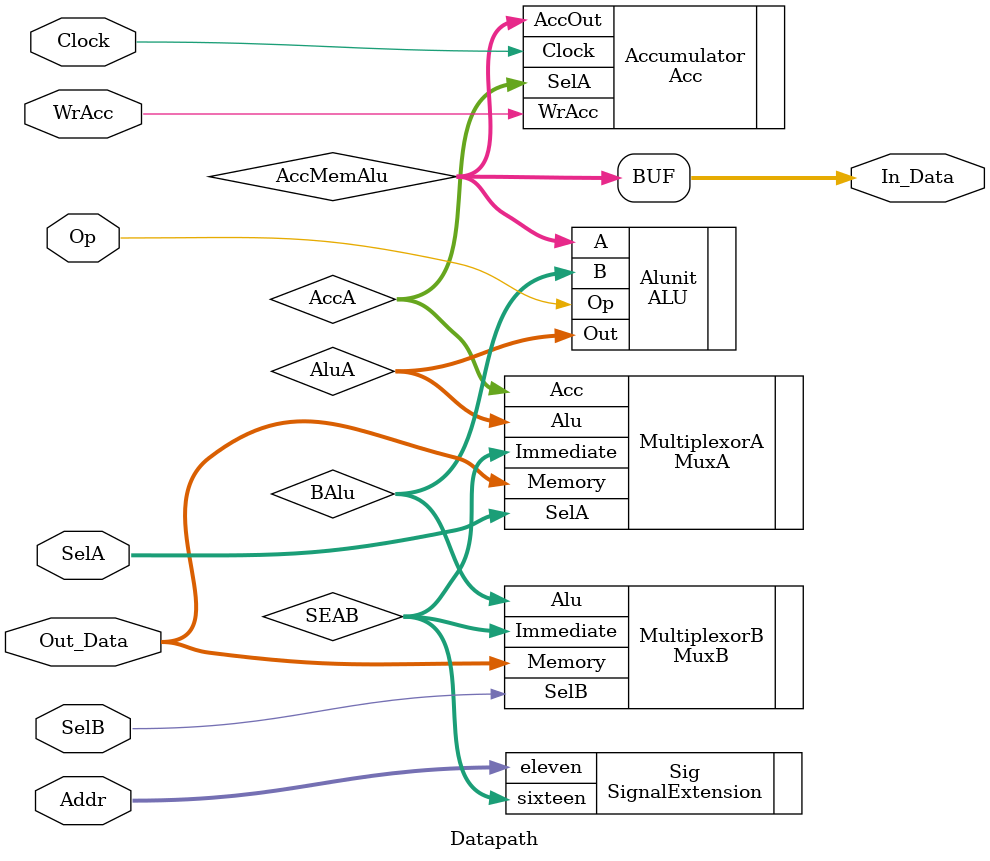
<source format=v>
`timescale 1ns / 1ps
module Datapath(
    input [1:0] SelA,
    input SelB,
    input [10:0] Addr,
    input WrAcc,
    input Op,
	 input Clock,
    output [15:0] In_Data,
    input [15:0] Out_Data
    );
	 
wire [15:0] SEAB, AluA, AccA, AccMemAlu, BAlu;

assign In_Data = AccMemAlu;
//assign Out_Data = MemAB;

SignalExtension Sig(
	.eleven(Addr),
	.sixteen(SEAB)
	);

MuxA MultiplexorA(
	.Memory(Out_Data),
	.Immediate(SEAB),
	.Alu(AluA),
	.SelA(SelA),
	.Acc(AccA)
	);

MuxB MultiplexorB(
	.Memory(Out_Data),
	.Immediate(SEAB),
	.SelB(SelB),
	.Alu(BAlu)
	);

Acc Accumulator(
	.SelA(AccA),
	.WrAcc(WrAcc),
	.Clock(Clock),
	.AccOut(AccMemAlu)
	);
	
ALU Alunit(
	.A(AccMemAlu),
	.B(BAlu),
	.Out(AluA),
	.Op(Op)
	);
endmodule

</source>
